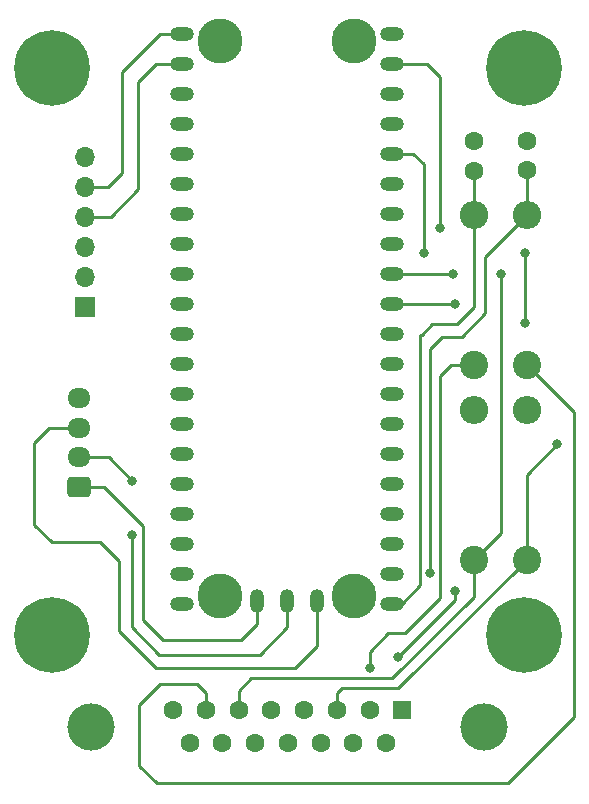
<source format=gbr>
%TF.GenerationSoftware,KiCad,Pcbnew,7.0.1*%
%TF.CreationDate,2023-05-02T22:09:15+01:00*%
%TF.ProjectId,pico-joystick,7069636f-2d6a-46f7-9973-7469636b2e6b,rev?*%
%TF.SameCoordinates,Original*%
%TF.FileFunction,Copper,L1,Top*%
%TF.FilePolarity,Positive*%
%FSLAX46Y46*%
G04 Gerber Fmt 4.6, Leading zero omitted, Abs format (unit mm)*
G04 Created by KiCad (PCBNEW 7.0.1) date 2023-05-02 22:09:15*
%MOMM*%
%LPD*%
G01*
G04 APERTURE LIST*
G04 Aperture macros list*
%AMRoundRect*
0 Rectangle with rounded corners*
0 $1 Rounding radius*
0 $2 $3 $4 $5 $6 $7 $8 $9 X,Y pos of 4 corners*
0 Add a 4 corners polygon primitive as box body*
4,1,4,$2,$3,$4,$5,$6,$7,$8,$9,$2,$3,0*
0 Add four circle primitives for the rounded corners*
1,1,$1+$1,$2,$3*
1,1,$1+$1,$4,$5*
1,1,$1+$1,$6,$7*
1,1,$1+$1,$8,$9*
0 Add four rect primitives between the rounded corners*
20,1,$1+$1,$2,$3,$4,$5,0*
20,1,$1+$1,$4,$5,$6,$7,0*
20,1,$1+$1,$6,$7,$8,$9,0*
20,1,$1+$1,$8,$9,$2,$3,0*%
G04 Aperture macros list end*
%TA.AperFunction,ComponentPad*%
%ADD10C,6.400000*%
%TD*%
%TA.AperFunction,ComponentPad*%
%ADD11C,2.400000*%
%TD*%
%TA.AperFunction,ComponentPad*%
%ADD12O,2.400000X2.400000*%
%TD*%
%TA.AperFunction,ComponentPad*%
%ADD13C,1.600000*%
%TD*%
%TA.AperFunction,ComponentPad*%
%ADD14RoundRect,0.250000X0.725000X-0.600000X0.725000X0.600000X-0.725000X0.600000X-0.725000X-0.600000X0*%
%TD*%
%TA.AperFunction,ComponentPad*%
%ADD15O,1.950000X1.700000*%
%TD*%
%TA.AperFunction,WasherPad*%
%ADD16C,3.800000*%
%TD*%
%TA.AperFunction,ComponentPad*%
%ADD17O,2.000000X1.200000*%
%TD*%
%TA.AperFunction,ComponentPad*%
%ADD18O,1.200000X2.000000*%
%TD*%
%TA.AperFunction,ComponentPad*%
%ADD19R,1.700000X1.700000*%
%TD*%
%TA.AperFunction,ComponentPad*%
%ADD20O,1.700000X1.700000*%
%TD*%
%TA.AperFunction,ComponentPad*%
%ADD21C,4.000000*%
%TD*%
%TA.AperFunction,ComponentPad*%
%ADD22R,1.600000X1.600000*%
%TD*%
%TA.AperFunction,ViaPad*%
%ADD23C,0.800000*%
%TD*%
%TA.AperFunction,Conductor*%
%ADD24C,0.250000*%
%TD*%
G04 APERTURE END LIST*
D10*
%TO.P,REF\u002A\u002A,1*%
%TO.N,N/C*%
X132400000Y-65000000D03*
%TD*%
D11*
%TO.P,R3,1*%
%TO.N,Net-(U1-GP26)*%
X172600000Y-106650000D03*
D12*
%TO.P,R3,2*%
%TO.N,GND*%
X172600000Y-93950000D03*
%TD*%
D10*
%TO.P,REF\u002A\u002A,1*%
%TO.N,N/C*%
X172400000Y-113000000D03*
%TD*%
D13*
%TO.P,C2,1*%
%TO.N,Net-(U1-GP17)*%
X172600000Y-73700000D03*
%TO.P,C2,2*%
%TO.N,GND*%
X172600000Y-71200000D03*
%TD*%
%TO.P,C1,1*%
%TO.N,Net-(U1-GP16)*%
X168120000Y-73730000D03*
%TO.P,C1,2*%
%TO.N,GND*%
X168120000Y-71230000D03*
%TD*%
D11*
%TO.P,R1,1*%
%TO.N,Net-(J1-Pad2)*%
X168120000Y-90200000D03*
D12*
%TO.P,R1,2*%
%TO.N,Net-(U1-GP16)*%
X168120000Y-77500000D03*
%TD*%
D11*
%TO.P,R4,1*%
%TO.N,Net-(U1-GP27)*%
X168120000Y-106650000D03*
D12*
%TO.P,R4,2*%
%TO.N,GND*%
X168120000Y-93950000D03*
%TD*%
D10*
%TO.P,REF\u002A\u002A,1*%
%TO.N,N/C*%
X172400000Y-65000000D03*
%TD*%
D14*
%TO.P,J2,1,Pin_1*%
%TO.N,Net-(J2-Pin_1)*%
X134700000Y-100500000D03*
D15*
%TO.P,J2,2,Pin_2*%
%TO.N,Net-(J2-Pin_2)*%
X134700000Y-98000000D03*
%TO.P,J2,3,Pin_3*%
%TO.N,Net-(J2-Pin_3)*%
X134700000Y-95500000D03*
%TO.P,J2,4,Pin_4*%
%TO.N,Net-(J2-Pin_4)*%
X134700000Y-93000000D03*
%TD*%
D16*
%TO.P,U1,*%
%TO.N,*%
X146600000Y-62760000D03*
X146600000Y-109760000D03*
X158000000Y-62760000D03*
X158000000Y-109760000D03*
D17*
%TO.P,U1,1,GP0*%
%TO.N,Net-(J3-Pin_5)*%
X143410000Y-62130000D03*
%TO.P,U1,2,GP1*%
%TO.N,Net-(J3-Pin_4)*%
X143410000Y-64670000D03*
%TO.P,U1,3,GND*%
%TO.N,GND*%
X143410000Y-67210000D03*
%TO.P,U1,4,GP2*%
%TO.N,unconnected-(U1-GP2-Pad4)*%
X143410000Y-69750000D03*
%TO.P,U1,5,GP3*%
%TO.N,unconnected-(U1-GP3-Pad5)*%
X143410000Y-72290000D03*
%TO.P,U1,6,GP4*%
%TO.N,unconnected-(U1-GP4-Pad6)*%
X143410000Y-74830000D03*
%TO.P,U1,7,GP5*%
%TO.N,unconnected-(U1-GP5-Pad7)*%
X143410000Y-77370000D03*
%TO.P,U1,8,GND*%
%TO.N,GND*%
X143410000Y-79910000D03*
%TO.P,U1,9,GP6*%
%TO.N,unconnected-(U1-GP6-Pad9)*%
X143410000Y-82450000D03*
%TO.P,U1,10,GP7*%
%TO.N,unconnected-(U1-GP7-Pad10)*%
X143410000Y-84990000D03*
%TO.P,U1,11,GP8*%
%TO.N,unconnected-(U1-GP8-Pad11)*%
X143410000Y-87530000D03*
%TO.P,U1,12,GP9*%
%TO.N,unconnected-(U1-GP9-Pad12)*%
X143410000Y-90070000D03*
%TO.P,U1,13,GND*%
%TO.N,GND*%
X143410000Y-92610000D03*
%TO.P,U1,14,GP10*%
%TO.N,unconnected-(U1-GP10-Pad14)*%
X143410000Y-95150000D03*
%TO.P,U1,15,GP11*%
%TO.N,unconnected-(U1-GP11-Pad15)*%
X143410000Y-97690000D03*
%TO.P,U1,16,GP12*%
%TO.N,unconnected-(U1-GP12-Pad16)*%
X143410000Y-100230000D03*
%TO.P,U1,17,GP13*%
%TO.N,unconnected-(U1-GP13-Pad17)*%
X143410000Y-102770000D03*
%TO.P,U1,18,GND*%
%TO.N,GND*%
X143410000Y-105310000D03*
%TO.P,U1,19,GP14*%
%TO.N,unconnected-(U1-GP14-Pad19)*%
X143410000Y-107850000D03*
%TO.P,U1,20,GP15*%
%TO.N,unconnected-(U1-GP15-Pad20)*%
X143410000Y-110390000D03*
%TO.P,U1,21,GP16*%
%TO.N,Net-(U1-GP16)*%
X161190000Y-110390000D03*
%TO.P,U1,22,GP17*%
%TO.N,Net-(U1-GP17)*%
X161190000Y-107850000D03*
%TO.P,U1,23,GND*%
%TO.N,GND*%
X161190000Y-105310000D03*
%TO.P,U1,24,GP18*%
%TO.N,unconnected-(U1-GP18-Pad24)*%
X161190000Y-102770000D03*
%TO.P,U1,25,GP19*%
%TO.N,unconnected-(U1-GP19-Pad25)*%
X161190000Y-100230000D03*
%TO.P,U1,26,GP20*%
%TO.N,unconnected-(U1-GP20-Pad26)*%
X161190000Y-97690000D03*
%TO.P,U1,27,GP21*%
%TO.N,unconnected-(U1-GP21-Pad27)*%
X161190000Y-95150000D03*
%TO.P,U1,28,GND*%
%TO.N,GND*%
X161190000Y-92610000D03*
%TO.P,U1,29,GP22*%
%TO.N,unconnected-(U1-GP22-Pad29)*%
X161190000Y-90070000D03*
%TO.P,U1,30,RUN*%
%TO.N,unconnected-(U1-RUN-Pad30)*%
X161190000Y-87530000D03*
%TO.P,U1,31,GP26*%
%TO.N,Net-(U1-GP26)*%
X161190000Y-84990000D03*
%TO.P,U1,32,GP27*%
%TO.N,Net-(U1-GP27)*%
X161190000Y-82450000D03*
%TO.P,U1,33,GND*%
%TO.N,GND*%
X161190000Y-79910000D03*
%TO.P,U1,34,GP28*%
%TO.N,unconnected-(U1-GP28-Pad34)*%
X161190000Y-77370000D03*
%TO.P,U1,35,ADC_VREF*%
%TO.N,unconnected-(U1-ADC_VREF-Pad35)*%
X161190000Y-74830000D03*
%TO.P,U1,36,3V3(OUT)*%
%TO.N,+3V3*%
X161190000Y-72290000D03*
%TO.P,U1,37,3V3_EN*%
%TO.N,unconnected-(U1-3V3_EN-Pad37)*%
X161190000Y-69750000D03*
%TO.P,U1,38,GND*%
%TO.N,GND*%
X161190000Y-67210000D03*
%TO.P,U1,39,VSYS*%
%TO.N,Net-(J2-Pin_4)*%
X161190000Y-64670000D03*
%TO.P,U1,40,VBUS*%
%TO.N,unconnected-(U1-VBUS-Pad40)*%
X161190000Y-62130000D03*
D18*
%TO.P,U1,41,SWCLK*%
%TO.N,Net-(J2-Pin_1)*%
X149760000Y-110160000D03*
%TO.P,U1,42,GND*%
%TO.N,Net-(J2-Pin_2)*%
X152300000Y-110160000D03*
%TO.P,U1,43,SWDIO*%
%TO.N,Net-(J2-Pin_3)*%
X154840000Y-110160000D03*
%TD*%
D19*
%TO.P,J3,1,Pin_1*%
%TO.N,GND*%
X135200000Y-85240000D03*
D20*
%TO.P,J3,2,Pin_2*%
%TO.N,unconnected-(J3-Pin_2-Pad2)*%
X135200000Y-82700000D03*
%TO.P,J3,3,Pin_3*%
%TO.N,unconnected-(J3-Pin_3-Pad3)*%
X135200000Y-80160000D03*
%TO.P,J3,4,Pin_4*%
%TO.N,Net-(J3-Pin_4)*%
X135200000Y-77620000D03*
%TO.P,J3,5,Pin_5*%
%TO.N,Net-(J3-Pin_5)*%
X135200000Y-75080000D03*
%TO.P,J3,6,Pin_6*%
%TO.N,unconnected-(J3-Pin_6-Pad6)*%
X135200000Y-72540000D03*
%TD*%
D11*
%TO.P,R2,1*%
%TO.N,Net-(J1-Pad7)*%
X172600000Y-90200000D03*
D12*
%TO.P,R2,2*%
%TO.N,Net-(U1-GP17)*%
X172600000Y-77500000D03*
%TD*%
D10*
%TO.P,REF\u002A\u002A,1*%
%TO.N,N/C*%
X132400000Y-113000000D03*
%TD*%
D21*
%TO.P,J1,0,PAD*%
%TO.N,GND*%
X135730000Y-120800000D03*
X169030000Y-120800000D03*
D22*
%TO.P,J1,1,1*%
%TO.N,+3V3*%
X162075000Y-119380000D03*
D13*
%TO.P,J1,2,2*%
%TO.N,Net-(J1-Pad2)*%
X159305000Y-119380000D03*
%TO.P,J1,3,3*%
%TO.N,Net-(U1-GP26)*%
X156535000Y-119380000D03*
%TO.P,J1,4,4*%
%TO.N,GND*%
X153765000Y-119380000D03*
%TO.P,J1,5,5*%
%TO.N,unconnected-(J1-Pad5)*%
X150995000Y-119380000D03*
%TO.P,J1,6,6*%
%TO.N,Net-(U1-GP27)*%
X148225000Y-119380000D03*
%TO.P,J1,7,7*%
%TO.N,Net-(J1-Pad7)*%
X145455000Y-119380000D03*
%TO.P,J1,8,8*%
%TO.N,unconnected-(J1-Pad8)*%
X142685000Y-119380000D03*
%TO.P,J1,9,P9*%
%TO.N,unconnected-(J1-P9-Pad9)*%
X160690000Y-122220000D03*
%TO.P,J1,10,P10*%
%TO.N,unconnected-(J1-P10-Pad10)*%
X157920000Y-122220000D03*
%TO.P,J1,11,P111*%
%TO.N,unconnected-(J1-P111-Pad11)*%
X155150000Y-122220000D03*
%TO.P,J1,12,P12*%
%TO.N,unconnected-(J1-P12-Pad12)*%
X152380000Y-122220000D03*
%TO.P,J1,13,P13*%
%TO.N,unconnected-(J1-P13-Pad13)*%
X149610000Y-122220000D03*
%TO.P,J1,14,P14*%
%TO.N,unconnected-(J1-P14-Pad14)*%
X146840000Y-122220000D03*
%TO.P,J1,15,P15*%
%TO.N,unconnected-(J1-P15-Pad15)*%
X144070000Y-122220000D03*
%TD*%
D23*
%TO.N,Net-(U1-GP17)*%
X164400000Y-107800000D03*
%TO.N,+3V3*%
X163900000Y-80700000D03*
X166500000Y-109300000D03*
X161700000Y-114900000D03*
%TO.N,Net-(J1-Pad2)*%
X159300000Y-115800000D03*
%TO.N,Net-(U1-GP26)*%
X175200000Y-96900000D03*
X166500000Y-85000000D03*
%TO.N,Net-(U1-GP27)*%
X166400000Y-82500000D03*
X170400000Y-82500000D03*
%TO.N,Net-(J2-Pin_2)*%
X139200000Y-100000000D03*
X139200000Y-104600000D03*
%TO.N,Net-(J2-Pin_4)*%
X172500000Y-86600000D03*
X165300000Y-78600000D03*
X172500000Y-80700000D03*
%TD*%
D24*
%TO.N,Net-(U1-GP16)*%
X163700000Y-87600000D02*
X163600000Y-87600000D01*
X168120000Y-77500000D02*
X168120000Y-85280000D01*
X168120000Y-77500000D02*
X168120000Y-73730000D01*
X168120000Y-85280000D02*
X166700000Y-86700000D01*
X164600000Y-86700000D02*
X163700000Y-87600000D01*
X163600000Y-108800000D02*
X162010000Y-110390000D01*
X166700000Y-86700000D02*
X164600000Y-86700000D01*
X162010000Y-110390000D02*
X161190000Y-110390000D01*
X163600000Y-87600000D02*
X163600000Y-108800000D01*
%TO.N,Net-(U1-GP17)*%
X169100000Y-81000000D02*
X169100000Y-85800000D01*
X172600000Y-77500000D02*
X169100000Y-81000000D01*
X167100000Y-87800000D02*
X165400000Y-87800000D01*
X165400000Y-87800000D02*
X164400000Y-88800000D01*
X164400000Y-88800000D02*
X164400000Y-107800000D01*
X169100000Y-85800000D02*
X167100000Y-87800000D01*
X172600000Y-77500000D02*
X172600000Y-73700000D01*
%TO.N,+3V3*%
X166500000Y-109300000D02*
X166500000Y-110100000D01*
X163900000Y-73200000D02*
X163900000Y-80700000D01*
X161190000Y-72290000D02*
X162990000Y-72290000D01*
X162990000Y-72290000D02*
X163900000Y-73200000D01*
X166500000Y-110100000D02*
X161700000Y-114900000D01*
%TO.N,Net-(J1-Pad2)*%
X165300000Y-109900000D02*
X165300000Y-91100000D01*
X165300000Y-91100000D02*
X166200000Y-90200000D01*
X159300000Y-115800000D02*
X159300000Y-114500000D01*
X159300000Y-114500000D02*
X160900000Y-112900000D01*
X166200000Y-90200000D02*
X168120000Y-90200000D01*
X162300000Y-112900000D02*
X165300000Y-109900000D01*
X160900000Y-112900000D02*
X162300000Y-112900000D01*
%TO.N,Net-(U1-GP26)*%
X156535000Y-117965000D02*
X156535000Y-119380000D01*
X172600000Y-99500000D02*
X172600000Y-106650000D01*
X157000000Y-117500000D02*
X156535000Y-117965000D01*
X166490000Y-84990000D02*
X166500000Y-85000000D01*
X175200000Y-96900000D02*
X172600000Y-99500000D01*
X161750000Y-117500000D02*
X157000000Y-117500000D01*
X172600000Y-106650000D02*
X161750000Y-117500000D01*
X161190000Y-84990000D02*
X166490000Y-84990000D01*
%TO.N,Net-(U1-GP27)*%
X148225000Y-117775000D02*
X148225000Y-119380000D01*
X161190000Y-82450000D02*
X166350000Y-82450000D01*
X149300000Y-116700000D02*
X148225000Y-117775000D01*
X170400000Y-104370000D02*
X168120000Y-106650000D01*
X168120000Y-106650000D02*
X168120000Y-109780000D01*
X161200000Y-116700000D02*
X149300000Y-116700000D01*
X168120000Y-109780000D02*
X161200000Y-116700000D01*
X170400000Y-82500000D02*
X170400000Y-104370000D01*
X166350000Y-82450000D02*
X166400000Y-82500000D01*
%TO.N,Net-(J1-Pad7)*%
X144700000Y-117200000D02*
X141600000Y-117200000D01*
X139800000Y-119000000D02*
X139800000Y-124100000D01*
X171000000Y-125600000D02*
X176600000Y-120000000D01*
X145455000Y-117955000D02*
X144700000Y-117200000D01*
X141300000Y-125600000D02*
X171000000Y-125600000D01*
X176600000Y-120000000D02*
X176600000Y-94200000D01*
X176600000Y-94200000D02*
X172600000Y-90200000D01*
X139800000Y-124100000D02*
X141300000Y-125600000D01*
X141600000Y-117200000D02*
X139800000Y-119000000D01*
X145455000Y-119380000D02*
X145455000Y-117955000D01*
%TO.N,Net-(J3-Pin_4)*%
X137380000Y-77620000D02*
X139700000Y-75300000D01*
X141230000Y-64670000D02*
X143410000Y-64670000D01*
X139700000Y-75300000D02*
X139700000Y-66200000D01*
X135200000Y-77620000D02*
X137380000Y-77620000D01*
X139700000Y-66200000D02*
X141230000Y-64670000D01*
%TO.N,Net-(J3-Pin_5)*%
X137120000Y-75080000D02*
X138300000Y-73900000D01*
X138300000Y-73900000D02*
X138300000Y-65700000D01*
X143410000Y-62130000D02*
X141570000Y-62130000D01*
X141570000Y-62130000D02*
X138300000Y-65400000D01*
X138300000Y-65400000D02*
X138300000Y-65700000D01*
X135200000Y-75080000D02*
X137120000Y-75080000D01*
%TO.N,Net-(J2-Pin_1)*%
X136800000Y-100500000D02*
X140100000Y-103800000D01*
X141800000Y-113500000D02*
X148400000Y-113500000D01*
X134700000Y-100500000D02*
X136800000Y-100500000D01*
X140100000Y-103800000D02*
X140100000Y-111800000D01*
X149760000Y-112140000D02*
X149760000Y-110160000D01*
X140100000Y-111800000D02*
X141800000Y-113500000D01*
X148400000Y-113500000D02*
X149760000Y-112140000D01*
%TO.N,Net-(J2-Pin_2)*%
X141500000Y-114700000D02*
X150000000Y-114700000D01*
X150000000Y-114700000D02*
X152300000Y-112400000D01*
X139200000Y-104600000D02*
X139200000Y-112400000D01*
X152300000Y-112400000D02*
X152300000Y-110160000D01*
X134700000Y-98000000D02*
X137200000Y-98000000D01*
X137200000Y-98000000D02*
X139200000Y-100000000D01*
X139200000Y-112400000D02*
X141500000Y-114700000D01*
%TO.N,Net-(J2-Pin_3)*%
X138100000Y-106800000D02*
X138100000Y-112700000D01*
X136500000Y-105200000D02*
X138100000Y-106800000D01*
X132200000Y-95500000D02*
X130900000Y-96800000D01*
X130900000Y-96800000D02*
X130900000Y-103700000D01*
X134700000Y-95500000D02*
X132200000Y-95500000D01*
X138100000Y-112700000D02*
X141200000Y-115800000D01*
X132400000Y-105200000D02*
X136500000Y-105200000D01*
X130900000Y-103700000D02*
X132400000Y-105200000D01*
X154840000Y-113960000D02*
X154840000Y-110160000D01*
X153000000Y-115800000D02*
X154840000Y-113960000D01*
X141200000Y-115800000D02*
X153000000Y-115800000D01*
%TO.N,Net-(J2-Pin_4)*%
X165300000Y-65800000D02*
X164170000Y-64670000D01*
X165300000Y-78600000D02*
X165300000Y-65800000D01*
X164170000Y-64670000D02*
X161190000Y-64670000D01*
X172500000Y-86600000D02*
X172500000Y-80700000D01*
%TD*%
M02*

</source>
